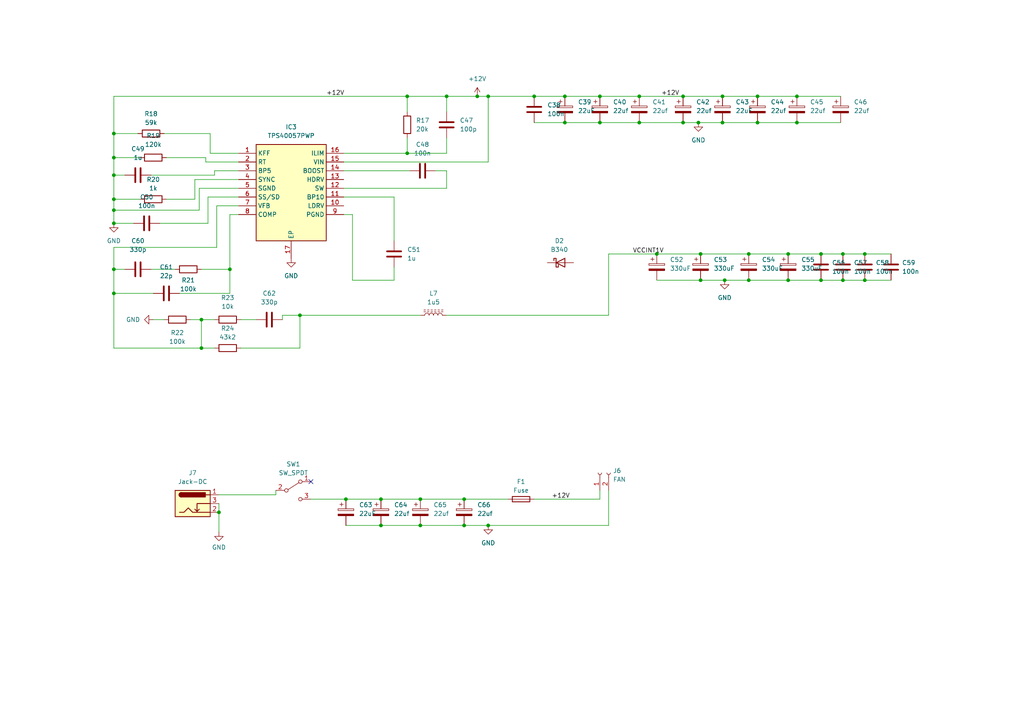
<source format=kicad_sch>
(kicad_sch (version 20231120) (generator "eeschema") (generator_version "8.0")
  (paper "A4")
  (lib_symbols
    (symbol "Connector:Barrel_Jack_Switch" (pin_names hide)
      (property "Reference" "J" (at 0 5.334 0))
      (property "Value" "Barrel_Jack_Switch" (at 0 -5.08 0))
      (symbol "Barrel_Jack_Switch_0_1"
        (rectangle (start -5.08 3.81) (end 5.08 -3.81) (stroke (width 0.254)) (fill (type background)))
        (arc (start -3.302 3.175) (mid -3.9343 2.54) (end -3.302 1.905) (stroke (width 0.254)))
        (arc (start -3.302 3.175) (mid -3.9343 2.54) (end -3.302 1.905) (stroke (width 0.254)) (fill (type outline)))
        (polyline (pts (xy 1.27 -2.286) (xy 1.905 -1.651)) (stroke (width 0.254)))
        (polyline (pts (xy 5.08 2.54) (xy 3.81 2.54)) (stroke (width 0.254)))
        (polyline (pts (xy 5.08 0) (xy 1.27 0) (xy 1.27 -2.286) (xy 0.635 -1.651)) (stroke (width 0.254)))
        (polyline (pts (xy -3.81 -2.54) (xy -2.54 -2.54) (xy -1.27 -1.27) (xy 0 -2.54) (xy 2.54 -2.54) (xy 5.08 -2.54)) (stroke (width 0.254)))
        (rectangle (start 3.683 3.175) (end -3.302 1.905) (stroke (width 0.254)) (fill (type outline)))
      )
      (symbol "Barrel_Jack_Switch_1_1"
        (pin passive line (at 7.62 2.54 180) (length 2.54) (name "~") (number "1"))
        (pin passive line (at 7.62 -2.54 180) (length 2.54) (name "~") (number "2"))
        (pin passive line (at 7.62 0 180) (length 2.54) (name "~") (number "3"))
      )
    )
    (symbol "Connector:Conn_01x02_Socket" (pin_names (offset 1.016) hide)
      (property "Reference" "J" (at 0 2.54 0))
      (property "Value" "Conn_01x02_Socket" (at 0 -5.08 0))
      (symbol "Conn_01x02_Socket_1_1"
        (arc (start 0 -2.032) (mid -0.5058 -2.54) (end 0 -3.048) (stroke (width 0.1524)))
        (polyline (pts (xy -1.27 -2.54) (xy -0.508 -2.54)) (stroke (width 0.1524)))
        (polyline (pts (xy -1.27 0) (xy -0.508 0)) (stroke (width 0.1524)))
        (arc (start 0 0.508) (mid -0.5058 0) (end 0 -0.508) (stroke (width 0.1524)))
        (pin passive line (at -5.08 0 0) (length 3.81) (name "Pin_1") (number "1"))
        (pin passive line (at -5.08 -2.54 0) (length 3.81) (name "Pin_2") (number "2"))
      )
    )
    (symbol "Device:C" (pin_numbers hide) (pin_names (offset 0.254))
      (property "Reference" "C" (at 0.635 2.54 0))
      (property "Value" "C" (at 0.635 -2.54 0))
      (symbol "C_0_1"
        (polyline (pts (xy -2.032 -0.762) (xy 2.032 -0.762)) (stroke (width 0.508)))
        (polyline (pts (xy -2.032 0.762) (xy 2.032 0.762)) (stroke (width 0.508)))
      )
      (symbol "C_1_1"
        (pin passive line (at 0 3.81 270) (length 2.794) (name "~") (number "1"))
        (pin passive line (at 0 -3.81 90) (length 2.794) (name "~") (number "2"))
      )
    )
    (symbol "Device:C_Polarized" (pin_numbers hide) (pin_names (offset 0.254))
      (property "Reference" "C" (at 0.635 2.54 0))
      (property "Value" "C_Polarized" (at 0.635 -2.54 0))
      (symbol "C_Polarized_0_1"
        (rectangle (start -2.286 0.508) (end 2.286 1.016))
        (polyline (pts (xy -1.778 2.286) (xy -0.762 2.286)))
        (polyline (pts (xy -1.27 2.794) (xy -1.27 1.778)))
        (rectangle (start 2.286 -0.508) (end -2.286 -1.016) (fill (type outline)))
      )
      (symbol "C_Polarized_1_1"
        (pin passive line (at 0 3.81 270) (length 2.794) (name "~") (number "1"))
        (pin passive line (at 0 -3.81 90) (length 2.794) (name "~") (number "2"))
      )
    )
    (symbol "Device:Fuse" (pin_numbers hide) (pin_names (offset 0))
      (property "Reference" "F" (at 2.032 0 90))
      (property "Value" "Fuse" (at -1.905 0 90))
      (symbol "Fuse_0_1"
        (rectangle (start -0.762 -2.54) (end 0.762 2.54) (stroke (width 0.254)))
        (polyline (pts (xy 0 2.54) (xy 0 -2.54)))
      )
      (symbol "Fuse_1_1"
        (pin passive line (at 0 3.81 270) (length 1.27) (name "~") (number "1"))
        (pin passive line (at 0 -3.81 90) (length 1.27) (name "~") (number "2"))
      )
    )
    (symbol "Device:L_Ferrite" (pin_numbers hide) (pin_names (offset 1.016) hide)
      (property "Reference" "L" (at -1.27 0 90))
      (property "Value" "L_Ferrite" (at 2.794 0 90))
      (symbol "L_Ferrite_0_1"
        (arc (start 0 -2.54) (mid 0.6323 -1.905) (end 0 -1.27))
        (arc (start 0 -1.27) (mid 0.6323 -0.635) (end 0 0))
        (polyline (pts (xy 1.016 -2.794) (xy 1.016 -2.286)))
        (polyline (pts (xy 1.016 -1.778) (xy 1.016 -1.27)))
        (polyline (pts (xy 1.016 -0.762) (xy 1.016 -0.254)))
        (polyline (pts (xy 1.016 0.254) (xy 1.016 0.762)))
        (polyline (pts (xy 1.016 1.27) (xy 1.016 1.778)))
        (polyline (pts (xy 1.016 2.286) (xy 1.016 2.794)))
        (polyline (pts (xy 1.524 -2.286) (xy 1.524 -2.794)))
        (polyline (pts (xy 1.524 -1.27) (xy 1.524 -1.778)))
        (polyline (pts (xy 1.524 -0.254) (xy 1.524 -0.762)))
        (polyline (pts (xy 1.524 0.762) (xy 1.524 0.254)))
        (polyline (pts (xy 1.524 1.778) (xy 1.524 1.27)))
        (polyline (pts (xy 1.524 2.794) (xy 1.524 2.286)))
        (arc (start 0 0) (mid 0.6323 0.635) (end 0 1.27))
        (arc (start 0 1.27) (mid 0.6323 1.905) (end 0 2.54))
      )
      (symbol "L_Ferrite_1_1"
        (pin passive line (at 0 3.81 270) (length 1.27) (name "1") (number "1"))
        (pin passive line (at 0 -3.81 90) (length 1.27) (name "2") (number "2"))
      )
    )
    (symbol "Device:R" (pin_numbers hide) (pin_names (offset 0))
      (property "Reference" "R" (at 2.032 0 90))
      (property "Value" "R" (at 0 0 90))
      (symbol "R_0_1"
        (rectangle (start -1.016 -2.54) (end 1.016 2.54) (stroke (width 0.254)))
      )
      (symbol "R_1_1"
        (pin passive line (at 0 3.81 270) (length 1.27) (name "~") (number "1"))
        (pin passive line (at 0 -3.81 90) (length 1.27) (name "~") (number "2"))
      )
    )
    (symbol "Diode:B340" (pin_numbers hide) (pin_names (offset 1.016) hide)
      (property "Reference" "D" (at 0 2.54 0))
      (property "Value" "B340" (at 0 -2.54 0))
      (symbol "B340_0_1"
        (polyline (pts (xy 1.27 0) (xy -1.27 0)))
        (polyline (pts (xy 1.27 1.27) (xy 1.27 -1.27) (xy -1.27 0) (xy 1.27 1.27)) (stroke (width 0.254)))
        (polyline (pts (xy -1.905 0.635) (xy -1.905 1.27) (xy -1.27 1.27) (xy -1.27 -1.27) (xy -0.635 -1.27) (xy -0.635 -0.635)) (stroke (width 0.254)))
      )
      (symbol "B340_1_1"
        (pin passive line (at -3.81 0 0) (length 2.54) (name "K") (number "1"))
        (pin passive line (at 3.81 0 180) (length 2.54) (name "A") (number "2"))
      )
    )
    (symbol "SamacSys_Parts:TPS40057PWP"
      (property "Reference" "IC" (at 26.67 7.62 0))
      (property "Value" "TPS40057PWP" (at 26.67 5.08 0))
      (symbol "TPS40057PWP_1_1"
        (rectangle (start 5.08 2.54) (end 25.4 -25.4) (stroke (width 0.254)) (fill (type background)))
        (pin passive line (at 0 0 0) (length 5.08) (name "KFF") (number "1"))
        (pin passive line (at 30.48 -15.24 180) (length 5.08) (name "LDRV") (number "10"))
        (pin passive line (at 30.48 -12.7 180) (length 5.08) (name "BP10") (number "11"))
        (pin passive line (at 30.48 -10.16 180) (length 5.08) (name "SW") (number "12"))
        (pin passive line (at 30.48 -7.62 180) (length 5.08) (name "HDRV") (number "13"))
        (pin passive line (at 30.48 -5.08 180) (length 5.08) (name "BOOST") (number "14"))
        (pin passive line (at 30.48 -2.54 180) (length 5.08) (name "VIN") (number "15"))
        (pin passive line (at 30.48 0 180) (length 5.08) (name "ILIM") (number "16"))
        (pin passive line (at 15.24 -30.48 90) (length 5.08) (name "EP") (number "17"))
        (pin passive line (at 0 -2.54 0) (length 5.08) (name "RT") (number "2"))
        (pin passive line (at 0 -5.08 0) (length 5.08) (name "BP5") (number "3"))
        (pin passive line (at 0 -7.62 0) (length 5.08) (name "SYNC") (number "4"))
        (pin passive line (at 0 -10.16 0) (length 5.08) (name "SGND") (number "5"))
        (pin passive line (at 0 -12.7 0) (length 5.08) (name "SS/SD") (number "6"))
        (pin passive line (at 0 -15.24 0) (length 5.08) (name "VFB") (number "7"))
        (pin passive line (at 0 -17.78 0) (length 5.08) (name "COMP") (number "8"))
        (pin passive line (at 30.48 -17.78 180) (length 5.08) (name "PGND") (number "9"))
      )
    )
    (symbol "Switch:SW_SPDT" (pin_names (offset 0) hide)
      (property "Reference" "SW" (at 0 4.318 0))
      (property "Value" "SW_SPDT" (at 0 -5.08 0))
      (symbol "SW_SPDT_0_0"
        (circle (center -2.032 0) (radius 0.508))
        (circle (center 2.032 -2.54) (radius 0.508))
      )
      (symbol "SW_SPDT_0_1"
        (polyline (pts (xy -1.524 0.254) (xy 1.651 2.286)))
        (circle (center 2.032 2.54) (radius 0.508))
      )
      (symbol "SW_SPDT_1_1"
        (pin passive line (at 5.08 2.54 180) (length 2.54) (name "A") (number "1"))
        (pin passive line (at -5.08 0 0) (length 2.54) (name "B") (number "2"))
        (pin passive line (at 5.08 -2.54 180) (length 2.54) (name "C") (number "3"))
      )
    )
    (symbol "power:+12V" (power) (pin_names (offset 0))
      (property "Value" "+12V" (at 0 3.556 0))
      (symbol "+12V_0_1"
        (polyline (pts (xy -0.762 1.27) (xy 0 2.54)))
        (polyline (pts (xy 0 0) (xy 0 2.54)))
        (polyline (pts (xy 0 2.54) (xy 0.762 1.27)))
      )
      (symbol "+12V_1_1"
        (pin power_in line (at 0 0 90) (length 0) hide (name "+12V") (number "1"))
      )
    )
    (symbol "power:GND" (power) (pin_names (offset 0))
      (property "Value" "GND" (at 0 -3.81 0))
      (symbol "GND_0_1"
        (polyline (pts (xy 0 0) (xy 0 -1.27) (xy 1.27 -1.27) (xy 0 -2.54) (xy -1.27 -1.27) (xy 0 -1.27)))
      )
      (symbol "GND_1_1"
        (pin power_in line (at 0 0 270) (length 0) hide (name "GND") (number "1"))
      )
    )
  )
  (junction (at 250.825 73.66))
  (junction (at 33.02 85.09))
  (junction (at 141.605 27.94))
  (junction (at 33.02 50.8))
  (junction (at 134.62 152.4))
  (junction (at 33.02 57.785))
  (junction (at 244.475 81.28))
  (junction (at 154.94 27.94))
  (junction (at 219.71 35.56))
  (junction (at 250.825 81.28))
  (junction (at 118.11 44.45))
  (junction (at 185.42 27.94))
  (junction (at 209.55 27.94))
  (junction (at 86.995 91.44))
  (junction (at 33.02 45.72))
  (junction (at 190.5 73.66))
  (junction (at 198.12 35.56))
  (junction (at 228.6 73.66))
  (junction (at 33.02 78.105))
  (junction (at 110.49 152.4))
  (junction (at 63.5 148.59))
  (junction (at 163.83 27.94))
  (junction (at 228.6 81.28))
  (junction (at 173.99 27.94))
  (junction (at 217.17 81.28))
  (junction (at 33.02 60.96))
  (junction (at 110.49 144.78))
  (junction (at 231.14 35.56))
  (junction (at 33.02 64.77))
  (junction (at 209.55 35.56))
  (junction (at 138.43 27.94))
  (junction (at 118.11 27.94))
  (junction (at 203.2 73.66))
  (junction (at 58.42 100.965))
  (junction (at 121.92 152.4))
  (junction (at 33.02 38.735))
  (junction (at 58.42 92.71))
  (junction (at 173.99 35.56))
  (junction (at 198.12 27.94))
  (junction (at 219.71 27.94))
  (junction (at 141.605 152.4))
  (junction (at 202.565 35.56))
  (junction (at 244.475 73.66))
  (junction (at 134.62 144.78))
  (junction (at 210.185 81.28))
  (junction (at 129.54 27.94))
  (junction (at 238.125 81.28))
  (junction (at 217.17 73.66))
  (junction (at 66.675 78.105))
  (junction (at 163.83 35.56))
  (junction (at 231.14 27.94))
  (junction (at 238.125 73.66))
  (junction (at 121.92 144.78))
  (junction (at 100.33 144.78))
  (junction (at 203.2 81.28))
  (junction (at 185.42 35.56))
  (no_connect (at 90.17 139.7))
  (wire (pts (xy 209.55 27.94) (xy 219.71 27.94)))
  (wire (pts (xy 114.3 81.28) (xy 102.235 81.28)))
  (wire (pts (xy 33.02 38.735) (xy 40.005 38.735)))
  (wire (pts (xy 110.49 144.78) (xy 121.92 144.78)))
  (wire (pts (xy 69.85 100.965) (xy 86.995 100.965)))
  (wire (pts (xy 60.96 44.45) (xy 69.215 44.45)))
  (wire (pts (xy 228.6 81.28) (xy 238.125 81.28)))
  (wire (pts (xy 69.215 54.61) (xy 57.785 54.61)))
  (wire (pts (xy 33.02 78.105) (xy 33.02 85.09)))
  (wire (pts (xy 102.235 62.23) (xy 99.695 62.23)))
  (wire (pts (xy 44.45 92.71) (xy 47.625 92.71)))
  (wire (pts (xy 43.815 78.105) (xy 50.8 78.105)))
  (wire (pts (xy 66.675 78.105) (xy 66.675 85.09)))
  (wire (pts (xy 228.6 73.66) (xy 238.125 73.66)))
  (wire (pts (xy 114.3 57.15) (xy 114.3 69.85)))
  (wire (pts (xy 81.915 91.44) (xy 81.915 92.71)))
  (wire (pts (xy 163.83 35.56) (xy 173.99 35.56)))
  (wire (pts (xy 217.17 73.66) (xy 228.6 73.66)))
  (wire (pts (xy 58.42 100.965) (xy 62.23 100.965)))
  (wire (pts (xy 86.995 91.44) (xy 81.915 91.44)))
  (wire (pts (xy 238.125 73.66) (xy 244.475 73.66)))
  (wire (pts (xy 118.11 27.94) (xy 118.11 32.385)))
  (wire (pts (xy 44.45 85.09) (xy 33.02 85.09)))
  (wire (pts (xy 59.69 46.99) (xy 69.215 46.99)))
  (wire (pts (xy 217.17 81.28) (xy 228.6 81.28)))
  (wire (pts (xy 33.02 57.785) (xy 33.02 60.96)))
  (wire (pts (xy 57.785 60.96) (xy 33.02 60.96)))
  (wire (pts (xy 163.83 27.94) (xy 173.99 27.94)))
  (wire (pts (xy 62.865 71.755) (xy 33.02 71.755)))
  (wire (pts (xy 203.2 73.66) (xy 217.17 73.66)))
  (wire (pts (xy 63.5 143.51) (xy 80.01 143.51)))
  (wire (pts (xy 121.92 152.4) (xy 134.62 152.4)))
  (wire (pts (xy 141.605 152.4) (xy 134.62 152.4)))
  (wire (pts (xy 231.14 27.94) (xy 243.84 27.94)))
  (wire (pts (xy 154.94 27.94) (xy 141.605 27.94)))
  (wire (pts (xy 33.02 64.77) (xy 38.735 64.77)))
  (wire (pts (xy 33.02 45.72) (xy 33.02 50.8)))
  (wire (pts (xy 129.54 91.44) (xy 176.53 91.44)))
  (wire (pts (xy 202.565 35.56) (xy 209.55 35.56)))
  (wire (pts (xy 33.02 27.94) (xy 33.02 38.735)))
  (wire (pts (xy 99.695 57.15) (xy 114.3 57.15)))
  (wire (pts (xy 244.475 73.66) (xy 250.825 73.66)))
  (wire (pts (xy 60.325 64.77) (xy 46.355 64.77)))
  (wire (pts (xy 43.815 50.8) (xy 62.23 50.8)))
  (wire (pts (xy 198.12 35.56) (xy 202.565 35.56)))
  (wire (pts (xy 99.695 49.53) (xy 118.745 49.53)))
  (wire (pts (xy 56.515 52.07) (xy 56.515 57.785)))
  (wire (pts (xy 69.215 59.69) (xy 62.865 59.69)))
  (wire (pts (xy 210.185 81.28) (xy 217.17 81.28)))
  (wire (pts (xy 138.43 27.94) (xy 129.54 27.94)))
  (wire (pts (xy 58.42 92.71) (xy 62.23 92.71)))
  (wire (pts (xy 219.71 35.56) (xy 231.14 35.56)))
  (wire (pts (xy 100.33 144.78) (xy 110.49 144.78)))
  (wire (pts (xy 99.695 44.45) (xy 118.11 44.45)))
  (wire (pts (xy 203.2 81.28) (xy 210.185 81.28)))
  (wire (pts (xy 209.55 35.56) (xy 219.71 35.56)))
  (wire (pts (xy 33.02 57.785) (xy 40.64 57.785)))
  (wire (pts (xy 190.5 73.66) (xy 203.2 73.66)))
  (wire (pts (xy 244.475 81.28) (xy 250.825 81.28)))
  (wire (pts (xy 66.675 62.23) (xy 66.675 78.105)))
  (wire (pts (xy 100.33 152.4) (xy 110.49 152.4)))
  (wire (pts (xy 176.53 142.24) (xy 176.53 152.4)))
  (wire (pts (xy 60.96 38.735) (xy 60.96 44.45)))
  (wire (pts (xy 141.605 46.99) (xy 141.605 27.94)))
  (wire (pts (xy 176.53 152.4) (xy 141.605 152.4)))
  (wire (pts (xy 57.785 54.61) (xy 57.785 60.96)))
  (wire (pts (xy 48.26 45.72) (xy 59.69 45.72)))
  (wire (pts (xy 55.245 92.71) (xy 58.42 92.71)))
  (wire (pts (xy 86.995 100.965) (xy 86.995 91.44)))
  (wire (pts (xy 250.825 81.28) (xy 258.445 81.28)))
  (wire (pts (xy 129.54 49.53) (xy 126.365 49.53)))
  (wire (pts (xy 69.215 52.07) (xy 56.515 52.07)))
  (wire (pts (xy 219.71 27.94) (xy 231.14 27.94)))
  (wire (pts (xy 250.825 73.66) (xy 258.445 73.66)))
  (wire (pts (xy 173.99 142.24) (xy 173.99 144.78)))
  (wire (pts (xy 63.5 148.59) (xy 63.5 154.305)))
  (wire (pts (xy 33.02 60.96) (xy 33.02 64.77)))
  (wire (pts (xy 56.515 57.785) (xy 48.26 57.785)))
  (wire (pts (xy 129.54 27.94) (xy 118.11 27.94)))
  (wire (pts (xy 190.5 81.28) (xy 203.2 81.28)))
  (wire (pts (xy 114.3 77.47) (xy 114.3 81.28)))
  (wire (pts (xy 58.42 78.105) (xy 66.675 78.105)))
  (wire (pts (xy 129.54 44.45) (xy 129.54 40.005)))
  (wire (pts (xy 121.92 144.78) (xy 134.62 144.78)))
  (wire (pts (xy 238.125 81.28) (xy 244.475 81.28)))
  (wire (pts (xy 99.695 54.61) (xy 129.54 54.61)))
  (wire (pts (xy 62.865 59.69) (xy 62.865 71.755)))
  (wire (pts (xy 129.54 27.94) (xy 129.54 32.385)))
  (wire (pts (xy 33.02 38.735) (xy 33.02 45.72)))
  (wire (pts (xy 198.12 27.94) (xy 209.55 27.94)))
  (wire (pts (xy 33.02 45.72) (xy 40.64 45.72)))
  (wire (pts (xy 52.07 85.09) (xy 66.675 85.09)))
  (wire (pts (xy 154.94 144.78) (xy 173.99 144.78)))
  (wire (pts (xy 231.14 35.56) (xy 243.84 35.56)))
  (wire (pts (xy 69.85 92.71) (xy 74.295 92.71)))
  (wire (pts (xy 69.215 62.23) (xy 66.675 62.23)))
  (wire (pts (xy 99.695 46.99) (xy 141.605 46.99)))
  (wire (pts (xy 154.94 27.94) (xy 163.83 27.94)))
  (wire (pts (xy 58.42 92.71) (xy 58.42 100.965)))
  (wire (pts (xy 173.99 27.94) (xy 185.42 27.94)))
  (wire (pts (xy 62.23 50.8) (xy 62.23 49.53)))
  (wire (pts (xy 80.01 143.51) (xy 80.01 142.24)))
  (wire (pts (xy 60.325 57.15) (xy 60.325 64.77)))
  (wire (pts (xy 173.99 35.56) (xy 185.42 35.56)))
  (wire (pts (xy 62.23 49.53) (xy 69.215 49.53)))
  (wire (pts (xy 90.17 144.78) (xy 100.33 144.78)))
  (wire (pts (xy 33.02 78.105) (xy 36.195 78.105)))
  (wire (pts (xy 110.49 152.4) (xy 121.92 152.4)))
  (wire (pts (xy 33.02 50.8) (xy 36.195 50.8)))
  (wire (pts (xy 185.42 27.94) (xy 198.12 27.94)))
  (wire (pts (xy 129.54 54.61) (xy 129.54 49.53)))
  (wire (pts (xy 118.11 27.94) (xy 33.02 27.94)))
  (wire (pts (xy 33.02 71.755) (xy 33.02 78.105)))
  (wire (pts (xy 33.02 50.8) (xy 33.02 57.785)))
  (wire (pts (xy 185.42 35.56) (xy 198.12 35.56)))
  (wire (pts (xy 141.605 27.94) (xy 138.43 27.94)))
  (wire (pts (xy 121.92 91.44) (xy 86.995 91.44)))
  (wire (pts (xy 176.53 91.44) (xy 176.53 73.66)))
  (wire (pts (xy 102.235 81.28) (xy 102.235 62.23)))
  (wire (pts (xy 33.02 85.09) (xy 33.02 100.965)))
  (wire (pts (xy 134.62 144.78) (xy 147.32 144.78)))
  (wire (pts (xy 176.53 73.66) (xy 190.5 73.66)))
  (wire (pts (xy 118.11 44.45) (xy 129.54 44.45)))
  (wire (pts (xy 33.02 100.965) (xy 58.42 100.965)))
  (wire (pts (xy 118.11 40.005) (xy 118.11 44.45)))
  (wire (pts (xy 154.94 35.56) (xy 163.83 35.56)))
  (wire (pts (xy 59.69 45.72) (xy 59.69 46.99)))
  (wire (pts (xy 63.5 146.05) (xy 63.5 148.59)))
  (wire (pts (xy 47.625 38.735) (xy 60.96 38.735)))
  (wire (pts (xy 69.215 57.15) (xy 60.325 57.15)))
  (label "VCCINT1V" (at 183.515 73.66 0))
  (label "+12V" (at 191.77 27.94 0))
  (label "+12V" (at 160.02 144.78 0))
  (label "+12V" (at 94.615 27.94 0))
  (symbol (lib_id "Device:C") (at 40.005 50.8 90) (unit 1)
    (property "Reference" "C49" (at 40.005 43.18 90))
    (property "Value" "1u" (at 40.005 45.72 90))
    (property "Footprint" "Capacitor_SMD:C_1206_3216Metric_Pad1.33x1.80mm_HandSolder" (effects (hide yes)))
  )
  (symbol (lib_id "Device:C_Polarized") (at 231.14 31.75 0) (unit 1)
    (property "Reference" "C45" (at 234.95 29.591 0) (effects (justify left)))
    (property "Value" "22uf" (at 234.95 32.131 0) (effects (justify left)))
    (property "Footprint" "Capacitor_Tantalum_SMD:CP_EIA-7343-43_Kemet-X_Pad2.25x2.55mm_HandSolder" (effects (hide yes)))
  )
  (symbol (lib_id "Device:C") (at 122.555 49.53 270) (unit 1)
    (property "Reference" "C48" (at 122.555 41.91 90))
    (property "Value" "100n" (at 122.555 44.45 90))
    (property "Footprint" "Capacitor_SMD:C_0603_1608Metric_Pad1.08x0.95mm_HandSolder" (effects (hide yes)))
  )
  (symbol (lib_id "Device:R") (at 44.45 57.785 90) (unit 1)
    (property "Reference" "R20" (at 44.45 52.07 90))
    (property "Value" "1k" (at 44.45 54.61 90))
    (property "Footprint" "Resistor_SMD:R_0612_1632Metric_Pad1.18x3.40mm_HandSolder" (effects (hide yes)))
  )
  (symbol (lib_id "Device:C") (at 48.26 85.09 90) (unit 1)
    (property "Reference" "C61" (at 48.26 77.47 90))
    (property "Value" "22p" (at 48.26 80.01 90))
    (property "Footprint" "Capacitor_SMD:C_0805_2012Metric_Pad1.18x1.45mm_HandSolder" (effects (hide yes)))
  )
  (symbol (lib_id "Device:R") (at 51.435 92.71 90) (unit 1)
    (property "Reference" "R22" (at 51.435 96.52 90))
    (property "Value" "100k" (at 51.435 99.06 90))
    (property "Footprint" "Resistor_SMD:R_0612_1632Metric_Pad1.18x3.40mm_HandSolder" (effects (hide yes)))
  )
  (symbol (lib_id "Device:C_Polarized") (at 121.92 148.59 0) (unit 1)
    (property "Reference" "C65" (at 125.73 146.431 0) (effects (justify left)))
    (property "Value" "22uf" (at 125.73 148.971 0) (effects (justify left)))
    (property "Footprint" "Capacitor_Tantalum_SMD:CP_EIA-7343-43_Kemet-X_Pad2.25x2.55mm_HandSolder" (effects (hide yes)))
  )
  (symbol (lib_id "Device:R") (at 54.61 78.105 90) (unit 1)
    (property "Reference" "R21" (at 54.61 81.28 90))
    (property "Value" "100k" (at 54.61 83.82 90))
    (property "Footprint" "Resistor_SMD:R_0612_1632Metric_Pad1.18x3.40mm_HandSolder" (effects (hide yes)))
  )
  (symbol (lib_id "power:GND") (at 141.605 152.4 0) (unit 1)
    (property "Reference" "#PWR042" (effects (hide yes)))
    (property "Value" "GND" (at 141.605 157.48 0))
  )
  (symbol (lib_id "Device:C_Polarized") (at 100.33 148.59 0) (unit 1)
    (property "Reference" "C63" (at 104.14 146.431 0) (effects (justify left)))
    (property "Value" "22uF" (at 104.14 148.971 0) (effects (justify left)))
    (property "Footprint" "Capacitor_Tantalum_SMD:CP_EIA-7343-40_Kemet-Y_Pad2.25x2.55mm_HandSolder" (effects (hide yes)))
  )
  (symbol (lib_id "Device:C") (at 40.005 78.105 90) (unit 1)
    (property "Reference" "C60" (at 40.005 69.85 90))
    (property "Value" "330p" (at 40.005 72.39 90))
    (property "Footprint" "Capacitor_SMD:C_0805_2012Metric_Pad1.18x1.45mm_HandSolder" (effects (hide yes)))
  )
  (symbol (lib_id "Diode:B340") (at 162.56 76.2 0) (unit 1)
    (property "Reference" "D2" (at 162.2425 69.85 0))
    (property "Value" "B340" (at 162.2425 72.39 0))
    (property "Footprint" "Diode_SMD:D_SMC" (effects (hide yes)))
    (property "Datasheet" "http://www.jameco.com/Jameco/Products/ProdDS/1538777.pdf" (effects (hide yes)))
  )
  (symbol (lib_id "Device:C_Polarized") (at 209.55 31.75 0) (unit 1)
    (property "Reference" "C43" (at 213.36 29.591 0) (effects (justify left)))
    (property "Value" "22uF" (at 213.36 32.131 0) (effects (justify left)))
    (property "Footprint" "Capacitor_Tantalum_SMD:CP_EIA-7343-40_Kemet-Y_Pad2.25x2.55mm_HandSolder" (effects (hide yes)))
  )
  (symbol (lib_id "Device:C_Polarized") (at 185.42 31.75 0) (unit 1)
    (property "Reference" "C41" (at 189.23 29.591 0) (effects (justify left)))
    (property "Value" "22uf" (at 189.23 32.131 0) (effects (justify left)))
    (property "Footprint" "Capacitor_Tantalum_SMD:CP_EIA-7343-43_Kemet-X_Pad2.25x2.55mm_HandSolder" (effects (hide yes)))
  )
  (symbol (lib_id "power:GND") (at 210.185 81.28 0) (unit 1)
    (property "Reference" "#PWR040" (effects (hide yes)))
    (property "Value" "GND" (at 210.185 86.36 0))
  )
  (symbol (lib_id "Switch:SW_SPDT") (at 85.09 142.24 0) (unit 1)
    (property "Reference" "SW1" (at 85.09 134.62 0))
    (property "Value" "SW_SPDT" (at 85.09 137.16 0))
    (property "Footprint" "Button_Switch_THT:SW_E-Switch_EG1271_SPDT" (effects (hide yes)))
  )
  (symbol (lib_id "Connector:Barrel_Jack_Switch") (at 55.88 146.05 0) (unit 1)
    (property "Reference" "J7" (at 55.88 137.16 0))
    (property "Value" "Jack-DC" (at 55.88 139.7 0))
    (property "Footprint" "Connector_BarrelJack:BarrelJack_Wuerth_6941xx301002" (effects (hide yes)))
  )
  (symbol (lib_id "Device:C") (at 250.825 77.47 0) (unit 1)
    (property "Reference" "C58" (at 254 76.2 0) (effects (justify left)))
    (property "Value" "100n" (at 254 78.74 0) (effects (justify left)))
    (property "Footprint" "Capacitor_SMD:C_0603_1608Metric_Pad1.08x0.95mm_HandSolder" (effects (hide yes)))
  )
  (symbol (lib_id "Device:C_Polarized") (at 163.83 31.75 0) (unit 1)
    (property "Reference" "C39" (at 167.64 29.591 0) (effects (justify left)))
    (property "Value" "22uF" (at 167.64 32.131 0) (effects (justify left)))
    (property "Footprint" "Capacitor_Tantalum_SMD:CP_EIA-7343-40_Kemet-Y_Pad2.25x2.55mm_HandSolder" (effects (hide yes)))
  )
  (symbol (lib_id "power:GND") (at 84.455 74.93 0) (unit 1)
    (property "Reference" "#PWR039" (effects (hide yes)))
    (property "Value" "GND" (at 84.455 80.01 0))
  )
  (symbol (lib_id "Device:C_Polarized") (at 203.2 77.47 0) (unit 1)
    (property "Reference" "C53" (at 207.01 75.311 0) (effects (justify left)))
    (property "Value" "330uF" (at 207.01 77.851 0) (effects (justify left)))
    (property "Footprint" "Capacitor_Tantalum_SMD:CP_EIA-7343-43_Kemet-X_Pad2.25x2.55mm_HandSolder" (effects (hide yes)))
  )
  (symbol (lib_id "Device:R") (at 66.04 100.965 90) (unit 1)
    (property "Reference" "R24" (at 66.04 95.25 90))
    (property "Value" "43k2" (at 66.04 97.79 90))
    (property "Footprint" "Resistor_SMD:R_0612_1632Metric_Pad1.18x3.40mm_HandSolder" (effects (hide yes)))
  )
  (symbol (lib_id "Device:C") (at 154.94 31.75 0) (unit 1)
    (property "Reference" "C38" (at 158.75 30.48 0) (effects (justify left)))
    (property "Value" "100n" (at 158.75 33.02 0) (effects (justify left)))
    (property "Footprint" "Capacitor_SMD:C_0805_2012Metric_Pad1.18x1.45mm_HandSolder" (effects (hide yes)))
  )
  (symbol (lib_id "Device:R") (at 44.45 45.72 90) (unit 1)
    (property "Reference" "R19" (at 44.45 39.37 90))
    (property "Value" "120k" (at 44.45 41.91 90))
    (property "Footprint" "Resistor_SMD:R_0612_1632Metric_Pad1.18x3.40mm_HandSolder" (effects (hide yes)))
  )
  (symbol (lib_id "Device:Fuse") (at 151.13 144.78 90) (unit 1)
    (property "Reference" "F1" (at 151.13 139.7 90))
    (property "Value" "Fuse" (at 151.13 142.24 90))
    (property "Footprint" "Fuse:Fuseholder_Clip-5x20mm_Bel_FC-203-22_Lateral_P17.80x5.00mm_D1.17mm_Horizontal" (effects (hide yes)))
  )
  (symbol (lib_id "Device:C") (at 78.105 92.71 90) (unit 1)
    (property "Reference" "C62" (at 78.105 85.09 90))
    (property "Value" "330p" (at 78.105 87.63 90))
    (property "Footprint" "Capacitor_SMD:C_0805_2012Metric_Pad1.18x1.45mm_HandSolder" (effects (hide yes)))
  )
  (symbol (lib_id "Device:C") (at 114.3 73.66 180) (unit 1)
    (property "Reference" "C51" (at 118.11 72.39 0) (effects (justify right)))
    (property "Value" "1u" (at 118.11 74.93 0) (effects (justify right)))
    (property "Footprint" "Capacitor_SMD:C_1206_3216Metric_Pad1.33x1.80mm_HandSolder" (effects (hide yes)))
  )
  (symbol (lib_id "Device:C") (at 129.54 36.195 0) (unit 1)
    (property "Reference" "C47" (at 133.35 34.925 0) (effects (justify left)))
    (property "Value" "100p" (at 133.35 37.465 0) (effects (justify left)))
    (property "Footprint" "Capacitor_SMD:C_0603_1608Metric_Pad1.08x0.95mm_HandSolder" (effects (hide yes)))
  )
  (symbol (lib_id "power:+12V") (at 138.43 27.94 0) (unit 1)
    (property "Reference" "#PWR036" (effects (hide yes)))
    (property "Value" "+12V" (at 138.43 22.86 0))
  )
  (symbol (lib_id "Device:C") (at 258.445 77.47 0) (unit 1)
    (property "Reference" "C59" (at 261.62 76.2 0) (effects (justify left)))
    (property "Value" "100n" (at 261.62 78.74 0) (effects (justify left)))
    (property "Footprint" "Capacitor_SMD:C_0603_1608Metric_Pad1.08x0.95mm_HandSolder" (effects (hide yes)))
  )
  (symbol (lib_id "power:GND") (at 44.45 92.71 270) (unit 1)
    (property "Reference" "#PWR041" (effects (hide yes)))
    (property "Value" "GND" (at 40.64 92.71 90) (effects (justify right)))
  )
  (symbol (lib_id "Device:R") (at 66.04 92.71 90) (unit 1)
    (property "Reference" "R23" (at 66.04 86.36 90))
    (property "Value" "10k" (at 66.04 88.9 90))
    (property "Footprint" "Resistor_SMD:R_0612_1632Metric_Pad1.18x3.40mm_HandSolder" (effects (hide yes)))
  )
  (symbol (lib_id "Device:C_Polarized") (at 190.5 77.47 0) (unit 1)
    (property "Reference" "C52" (at 194.31 75.311 0) (effects (justify left)))
    (property "Value" "330uF" (at 194.31 77.851 0) (effects (justify left)))
    (property "Footprint" "Capacitor_Tantalum_SMD:CP_EIA-7343-43_Kemet-X_Pad2.25x2.55mm_HandSolder" (effects (hide yes)))
  )
  (symbol (lib_id "Device:C") (at 244.475 77.47 0) (unit 1)
    (property "Reference" "C57" (at 247.65 76.2 0) (effects (justify left)))
    (property "Value" "100n" (at 247.65 78.74 0) (effects (justify left)))
    (property "Footprint" "Capacitor_SMD:C_0603_1608Metric_Pad1.08x0.95mm_HandSolder" (effects (hide yes)))
  )
  (symbol (lib_id "power:GND") (at 202.565 35.56 0) (unit 1)
    (property "Reference" "#PWR037" (effects (hide yes)))
    (property "Value" "GND" (at 202.565 40.64 0))
  )
  (symbol (lib_id "Device:C_Polarized") (at 134.62 148.59 0) (unit 1)
    (property "Reference" "C66" (at 138.43 146.431 0) (effects (justify left)))
    (property "Value" "22uf" (at 138.43 148.971 0) (effects (justify left)))
    (property "Footprint" "Capacitor_Tantalum_SMD:CP_EIA-7343-43_Kemet-X_Pad2.25x2.55mm_HandSolder" (effects (hide yes)))
  )
  (symbol (lib_id "Device:C") (at 238.125 77.47 0) (unit 1)
    (property "Reference" "C56" (at 241.3 76.2 0) (effects (justify left)))
    (property "Value" "100n" (at 241.3 78.74 0) (effects (justify left)))
    (property "Footprint" "Capacitor_SMD:C_0603_1608Metric_Pad1.08x0.95mm_HandSolder" (effects (hide yes)))
  )
  (symbol (lib_id "Device:C") (at 42.545 64.77 90) (unit 1)
    (property "Reference" "C50" (at 42.545 57.15 90))
    (property "Value" "100n" (at 42.545 59.69 90))
    (property "Footprint" "Capacitor_SMD:C_0805_2012Metric_Pad1.18x1.45mm_HandSolder" (effects (hide yes)))
  )
  (symbol (lib_id "SamacSys_Parts:TPS40057PWP") (at 69.215 44.45 0) (unit 1)
    (property "Reference" "IC3" (at 84.455 36.83 0))
    (property "Value" "TPS40057PWP" (at 84.455 39.37 0))
    (property "Footprint" "SamacSys_Parts:SOP65P640X120-17N" (effects (hide yes)))
    (property "Datasheet" "http://www.ti.com/lit/gpn/tps40057" (effects (hide yes)))
    (property "Height" "1.2" (effects (hide yes)))
    (property "Manufacturer_Name" "Texas Instruments" (effects (hide yes)))
    (property "Manufacturer_Part_Number" "TPS40057PWP" (effects (hide yes)))
    (property "Mouser Part Number" "595-TPS40057PWP" (effects (hide yes)))
    (property "Mouser Price/Stock" "https://www.mouser.co.uk/ProductDetail/Texas-Instruments/TPS40057PWP?qs=zwk82MlA57ZsHYSjsK40zw%3D%3D" (effects (hide yes)))
    (property "Arrow Part Number" "TPS40057PWP" (effects (hide yes)))
    (property "Arrow Price/Stock" "https://www.arrow.com/en/products/tps40057pwp/texas-instruments" (effects (hide yes)))
  )
  (symbol (lib_id "Device:C_Polarized") (at 110.49 148.59 0) (unit 1)
    (property "Reference" "C64" (at 114.3 146.431 0) (effects (justify left)))
    (property "Value" "22uf" (at 114.3 148.971 0) (effects (justify left)))
    (property "Footprint" "Capacitor_Tantalum_SMD:CP_EIA-7343-43_Kemet-X_Pad2.25x2.55mm_HandSolder" (effects (hide yes)))
  )
  (symbol (lib_id "Device:C_Polarized") (at 243.84 31.75 0) (unit 1)
    (property "Reference" "C46" (at 247.65 29.591 0) (effects (justify left)))
    (property "Value" "22uf" (at 247.65 32.131 0) (effects (justify left)))
    (property "Footprint" "Capacitor_Tantalum_SMD:CP_EIA-7343-43_Kemet-X_Pad2.25x2.55mm_HandSolder" (effects (hide yes)))
  )
  (symbol (lib_id "Device:C_Polarized") (at 228.6 77.47 0) (unit 1)
    (property "Reference" "C55" (at 232.41 75.311 0) (effects (justify left)))
    (property "Value" "330uF" (at 232.41 77.851 0) (effects (justify left)))
    (property "Footprint" "Capacitor_Tantalum_SMD:CP_EIA-7343-43_Kemet-X_Pad2.25x2.55mm_HandSolder" (effects (hide yes)))
  )
  (symbol (lib_id "power:GND") (at 63.5 154.305 0) (unit 1)
    (property "Reference" "#PWR043" (effects (hide yes)))
    (property "Value" "GND" (at 63.5 158.75 0))
  )
  (symbol (lib_id "Device:C_Polarized") (at 198.12 31.75 0) (unit 1)
    (property "Reference" "C42" (at 201.93 29.591 0) (effects (justify left)))
    (property "Value" "22uf" (at 201.93 32.131 0) (effects (justify left)))
    (property "Footprint" "Capacitor_Tantalum_SMD:CP_EIA-7343-43_Kemet-X_Pad2.25x2.55mm_HandSolder" (effects (hide yes)))
  )
  (symbol (lib_id "Device:C_Polarized") (at 217.17 77.47 0) (unit 1)
    (property "Reference" "C54" (at 220.98 75.311 0) (effects (justify left)))
    (property "Value" "330uF" (at 220.98 77.851 0) (effects (justify left)))
    (property "Footprint" "Capacitor_Tantalum_SMD:CP_EIA-7343-43_Kemet-X_Pad2.25x2.55mm_HandSolder" (effects (hide yes)))
  )
  (symbol (lib_id "Device:C_Polarized") (at 219.71 31.75 0) (unit 1)
    (property "Reference" "C44" (at 223.52 29.591 0) (effects (justify left)))
    (property "Value" "22uf" (at 223.52 32.131 0) (effects (justify left)))
    (property "Footprint" "Capacitor_Tantalum_SMD:CP_EIA-7343-43_Kemet-X_Pad2.25x2.55mm_HandSolder" (effects (hide yes)))
  )
  (symbol (lib_id "Device:L_Ferrite") (at 125.73 91.44 90) (unit 1)
    (property "Reference" "L7" (at 125.73 85.09 90))
    (property "Value" "1u5" (at 125.73 87.63 90))
    (property "Footprint" "Inductor_SMD_Wurth:L_Wurth_WE-LQSH-2512" (effects (hide yes)))
  )
  (symbol (lib_id "Device:R") (at 118.11 36.195 180) (unit 1)
    (property "Reference" "R17" (at 120.65 34.925 0) (effects (justify right)))
    (property "Value" "20k" (at 120.65 37.465 0) (effects (justify right)))
    (property "Footprint" "Resistor_SMD:R_0612_1632Metric_Pad1.18x3.40mm_HandSolder" (effects (hide yes)))
  )
  (symbol (lib_id "power:GND") (at 33.02 64.77 0) (unit 1)
    (property "Reference" "#PWR038" (effects (hide yes)))
    (property "Value" "GND" (at 33.02 69.85 0))
  )
  (symbol (lib_id "Device:C_Polarized") (at 173.99 31.75 0) (unit 1)
    (property "Reference" "C40" (at 177.8 29.591 0) (effects (justify left)))
    (property "Value" "22uf" (at 177.8 32.131 0) (effects (justify left)))
    (property "Footprint" "Capacitor_Tantalum_SMD:CP_EIA-7343-43_Kemet-X_Pad2.25x2.55mm_HandSolder" (effects (hide yes)))
  )
  (symbol (lib_id "Device:R") (at 43.815 38.735 90) (unit 1)
    (property "Reference" "R18" (at 43.815 33.02 90))
    (property "Value" "59k" (at 43.815 35.56 90))
    (property "Footprint" "Resistor_SMD:R_0612_1632Metric_Pad1.18x3.40mm_HandSolder" (effects (hide yes)))
  )
  (symbol (lib_id "Connector:Conn_01x02_Socket") (at 173.99 137.16 90) (unit 1)
    (property "Reference" "J6" (at 177.8 136.525 90) (effects (justify right)))
    (property "Value" "FAN" (at 177.8 139.065 90) (effects (justify right)))
    (property "Footprint" "Connector_PinSocket_2.54mm:PinSocket_1x02_P2.54mm_Vertical" (effects (hide yes)))
  )
)
</source>
